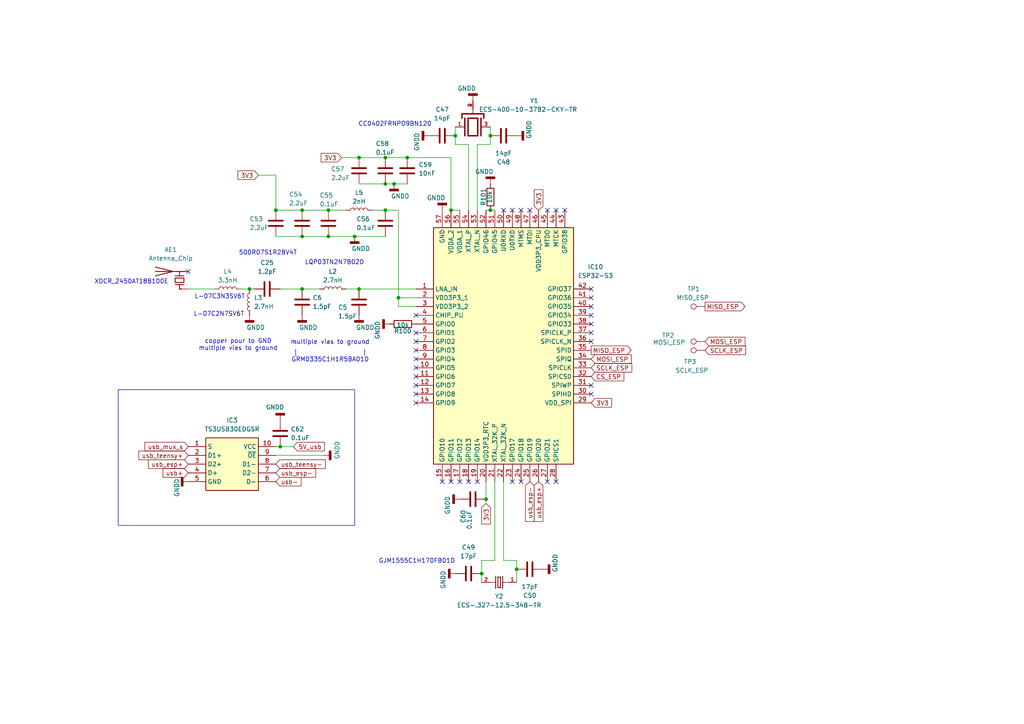
<source format=kicad_sch>
(kicad_sch (version 20250114) (generator "eeschema") (generator_version "9.0")
  (paper "A4")
  (lib_symbols
    (symbol "22XT_Main:ECS-.327-12.5-34B-TR" (pin_names (offset 1.016))
      (property "Reference" "Y" (at -5.0895 2.5447 0))
      (property "Value" "ECS-.327-12.5-34B-TR" (at -5.0911 -4.582 0))
      (symbol "ECS-.327-12.5-34B-TR_0_0"
        (polyline (pts (xy -2.54 0) (xy -1.016 0)) (stroke (width 0.1524)))
        (polyline (pts (xy -1.016 1.778) (xy -1.016 -1.778)) (stroke (width 0.254)))
        (polyline (pts (xy -0.381 1.524) (xy -0.381 -1.524)) (stroke (width 0.254)))
        (polyline (pts (xy -0.381 -1.524) (xy 0.381 -1.524)) (stroke (width 0.254)))
        (polyline (pts (xy 0.381 1.524) (xy -0.381 1.524)) (stroke (width 0.254)))
        (polyline (pts (xy 0.381 -1.524) (xy 0.381 1.524)) (stroke (width 0.254)))
        (polyline (pts (xy 1.016 1.778) (xy 1.016 -1.778)) (stroke (width 0.254)))
        (polyline (pts (xy 1.016 0) (xy 2.54 0)) (stroke (width 0.1524)))
        (pin passive line (at -5.08 0 0) (length 2.54) (name "~") (number "1"))
        (pin passive line (at 5.08 0 180) (length 2.54) (name "~") (number "2"))
      )
    )
    (symbol "22XT_Main:ECS-400-10-37B2-CKY-TR" (pin_names (offset 1.016))
      (property "Reference" "Y" (at -5.0878 6.3559 0))
      (property "Value" "ECS-400-10-37B2-CKY-TR" (at -5.0944 3.7956 0))
      (symbol "ECS-400-10-37B2-CKY-TR_0_0"
        (polyline (pts (xy -3.175 -2.54) (xy -3.175 -3.81)) (stroke (width 0.4064)))
        (polyline (pts (xy -3.175 -3.81) (xy 3.175 -3.81)) (stroke (width 0.4064)))
        (polyline (pts (xy -2.3368 2.54) (xy -2.3368 -2.54)) (stroke (width 0.4064)))
        (polyline (pts (xy -1.397 2.54) (xy -1.397 -2.54)) (stroke (width 0.4064)))
        (polyline (pts (xy -1.397 2.54) (xy 1.397 2.54)) (stroke (width 0.4064)))
        (polyline (pts (xy 0 -5.08) (xy 0 -3.81)) (stroke (width 0.1524)))
        (polyline (pts (xy 1.397 2.54) (xy 1.397 -2.54)) (stroke (width 0.4064)))
        (polyline (pts (xy 1.397 -2.54) (xy -1.397 -2.54)) (stroke (width 0.4064)))
        (polyline (pts (xy 2.3368 2.54) (xy 2.3368 -2.54)) (stroke (width 0.4064)))
        (polyline (pts (xy 3.175 -3.81) (xy 3.175 -2.54)) (stroke (width 0.4064)))
        (pin passive line (at -5.08 0 0) (length 2.54) (name "~") (number "1"))
        (pin power_in line (at 0 -7.62 90) (length 2.54) (name "~") (number "2"))
        (pin power_in line (at 0 -7.62 90) (length 2.54) (name "~") (number "4"))
        (pin passive line (at 5.08 0 180) (length 2.54) (name "~") (number "3"))
      )
    )
    (symbol "22XT_Main:ESP32-S3"
      (property "Reference" "IC" (at 46.99 22.86 0))
      (property "Value" "ESP32-S3" (at 46.99 20.32 0))
      (symbol "ESP32-S3_1_1"
        (rectangle (start 5.08 17.78) (end 45.72 -50.8) (stroke (width 0.254)) (fill (type background)))
        (pin passive line (at 0 0 0) (length 5.08) (name "LNA_IN") (number "1"))
        (pin passive line (at 0 -2.54 0) (length 5.08) (name "VDD3P3_1") (number "2"))
        (pin passive line (at 0 -5.08 0) (length 5.08) (name "VDD3P3_2") (number "3"))
        (pin passive line (at 0 -7.62 0) (length 5.08) (name "CHIP_PU") (number "4"))
        (pin passive line (at 0 -10.16 0) (length 5.08) (name "GPIO0") (number "5"))
        (pin passive line (at 0 -12.7 0) (length 5.08) (name "GPIO1") (number "6"))
        (pin passive line (at 0 -15.24 0) (length 5.08) (name "GPIO2") (number "7"))
        (pin passive line (at 0 -17.78 0) (length 5.08) (name "GPIO3") (number "8"))
        (pin passive line (at 0 -20.32 0) (length 5.08) (name "GPIO4") (number "9"))
        (pin passive line (at 0 -22.86 0) (length 5.08) (name "GPIO5") (number "10"))
        (pin passive line (at 0 -25.4 0) (length 5.08) (name "GPIO6") (number "11"))
        (pin passive line (at 0 -27.94 0) (length 5.08) (name "GPIO7") (number "12"))
        (pin passive line (at 0 -30.48 0) (length 5.08) (name "GPIO8") (number "13"))
        (pin passive line (at 0 -33.02 0) (length 5.08) (name "GPIO9") (number "14"))
        (pin passive line (at 7.62 22.86 270) (length 5.08) (name "GND") (number "57"))
        (pin passive line (at 7.62 -55.88 90) (length 5.08) (name "GPIO10") (number "15"))
        (pin passive line (at 10.16 22.86 270) (length 5.08) (name "VDDA_2") (number "56"))
        (pin passive line (at 10.16 -55.88 90) (length 5.08) (name "GPIO11") (number "16"))
        (pin passive line (at 12.7 22.86 270) (length 5.08) (name "VDDA_1") (number "55"))
        (pin passive line (at 12.7 -55.88 90) (length 5.08) (name "GPIO12") (number "17"))
        (pin passive line (at 15.24 22.86 270) (length 5.08) (name "XTAL_P") (number "54"))
        (pin passive line (at 15.24 -55.88 90) (length 5.08) (name "GPIO13") (number "18"))
        (pin passive line (at 17.78 22.86 270) (length 5.08) (name "XTAL_N") (number "53"))
        (pin passive line (at 17.78 -55.88 90) (length 5.08) (name "GPIO14") (number "19"))
        (pin passive line (at 20.32 22.86 270) (length 5.08) (name "GPIO46") (number "52"))
        (pin passive line (at 20.32 -55.88 90) (length 5.08) (name "VDD3P3_RTC") (number "20"))
        (pin passive line (at 22.86 22.86 270) (length 5.08) (name "GPIO45") (number "51"))
        (pin passive line (at 22.86 -55.88 90) (length 5.08) (name "XTAL_32K_P") (number "21"))
        (pin passive line (at 25.4 22.86 270) (length 5.08) (name "U0RXD") (number "50"))
        (pin passive line (at 25.4 -55.88 90) (length 5.08) (name "XTAL_32K_N") (number "22"))
        (pin passive line (at 27.94 22.86 270) (length 5.08) (name "U0TXD") (number "49"))
        (pin passive line (at 27.94 -55.88 90) (length 5.08) (name "GPIO17") (number "23"))
        (pin passive line (at 30.48 22.86 270) (length 5.08) (name "MTMS") (number "48"))
        (pin passive line (at 30.48 -55.88 90) (length 5.08) (name "GPIO18") (number "24"))
        (pin passive line (at 33.02 22.86 270) (length 5.08) (name "MTDI") (number "47"))
        (pin passive line (at 33.02 -55.88 90) (length 5.08) (name "GPIO19") (number "25"))
        (pin passive line (at 35.56 22.86 270) (length 5.08) (name "VDD3P3_CPU") (number "46"))
        (pin passive line (at 35.56 -55.88 90) (length 5.08) (name "GPIO20") (number "26"))
        (pin passive line (at 38.1 22.86 270) (length 5.08) (name "MTDO") (number "45"))
        (pin passive line (at 38.1 -55.88 90) (length 5.08) (name "GPIO21") (number "27"))
        (pin passive line (at 40.64 22.86 270) (length 5.08) (name "MTCK") (number "44"))
        (pin passive line (at 40.64 -55.88 90) (length 5.08) (name "SPICS1") (number "28"))
        (pin passive line (at 43.18 22.86 270) (length 5.08) (name "GPIO38") (number "43"))
        (pin passive line (at 50.8 0 180) (length 5.08) (name "GPIO37") (number "42"))
        (pin passive line (at 50.8 -2.54 180) (length 5.08) (name "GPIO36") (number "41"))
        (pin passive line (at 50.8 -5.08 180) (length 5.08) (name "GPIO35") (number "40"))
        (pin passive line (at 50.8 -7.62 180) (length 5.08) (name "GPIO34") (number "39"))
        (pin passive line (at 50.8 -10.16 180) (length 5.08) (name "GPIO33") (number "38"))
        (pin passive line (at 50.8 -12.7 180) (length 5.08) (name "SPICLK_P") (number "37"))
        (pin passive line (at 50.8 -15.24 180) (length 5.08) (name "SPICLK_N") (number "36"))
        (pin passive line (at 50.8 -17.78 180) (length 5.08) (name "SPID") (number "35"))
        (pin passive line (at 50.8 -20.32 180) (length 5.08) (name "SPIQ") (number "34"))
        (pin passive line (at 50.8 -22.86 180) (length 5.08) (name "SPICLK") (number "33"))
        (pin passive line (at 50.8 -25.4 180) (length 5.08) (name "SPICS0") (number "32"))
        (pin passive line (at 50.8 -27.94 180) (length 5.08) (name "SPIWP") (number "31"))
        (pin passive line (at 50.8 -30.48 180) (length 5.08) (name "SPIHD") (number "30"))
        (pin passive line (at 50.8 -33.02 180) (length 5.08) (name "VDD_SPI") (number "29"))
      )
    )
    (symbol "22XT_Main_v2:TS3USB30EDGSR"
      (property "Reference" "IC" (at 21.59 7.62 0))
      (property "Value" "TS3USB30EDGSR" (at 21.59 5.08 0))
      (symbol "TS3USB30EDGSR_1_1"
        (rectangle (start 5.08 2.54) (end 20.32 -12.7) (stroke (width 0.254)) (fill (type background)))
        (pin passive line (at 0 0 0) (length 5.08) (name "S") (number "1"))
        (pin passive line (at 0 -2.54 0) (length 5.08) (name "D1+") (number "2"))
        (pin passive line (at 0 -5.08 0) (length 5.08) (name "D2+") (number "3"))
        (pin passive line (at 0 -7.62 0) (length 5.08) (name "D+") (number "4"))
        (pin passive line (at 0 -10.16 0) (length 5.08) (name "GND") (number "5"))
        (pin passive line (at 25.4 0 180) (length 5.08) (name "VCC") (number "10"))
        (pin passive line (at 25.4 -2.54 180) (length 5.08) (name "~{OE}") (number "9"))
        (pin passive line (at 25.4 -5.08 180) (length 5.08) (name "D1-") (number "8"))
        (pin passive line (at 25.4 -7.62 180) (length 5.08) (name "D2-") (number "7"))
        (pin passive line (at 25.4 -10.16 180) (length 5.08) (name "D-") (number "6"))
      )
    )
    (symbol "Connector:TestPoint" (pin_numbers (hide yes)) (pin_names (offset 0.762) (hide yes))
      (property "Reference" "TP" (at 0 6.858 0))
      (property "Value" "TestPoint" (at 0 5.08 0))
      (symbol "TestPoint_0_1"
        (circle (center 0 3.302) (radius 0.762))
      )
      (symbol "TestPoint_1_1"
        (pin passive line (at 0 0 90) (length 2.54) (name "1") (number "1"))
      )
    )
    (symbol "Device:Antenna_Chip" (pin_numbers (hide yes)) (pin_names (offset 1.016) (hide yes))
      (property "Reference" "AE" (at 0 5.08 0))
      (property "Value" "Antenna_Chip" (at 0 3.175 0))
      (symbol "Antenna_Chip_0_1"
        (polyline (pts (xy -2.54 0) (xy -2.54 -0.635)) (stroke (width 0.254)))
        (polyline (pts (xy -2.54 0) (xy -1.27 0)) (stroke (width 0.254)))
        (polyline (pts (xy -1.27 1.27) (xy -1.27 -1.27) (xy -1.27 0)) (stroke (width 0.254)))
        (polyline (pts (xy -0.635 1.27) (xy 0.635 1.27) (xy 0.635 -1.27) (xy -0.635 -1.27) (xy -0.635 1.27)) (stroke (width 0.254)))
        (polyline (pts (xy 1.27 1.27) (xy 1.27 -1.27)) (stroke (width 0.254)))
        (polyline (pts (xy 1.27 0) (xy 2.54 0)) (stroke (width 0.254)))
        (polyline (pts (xy 2.54 6.985) (xy 2.54 -1.905)) (stroke (width 0.254)))
        (polyline (pts (xy 2.54 -0.635) (xy 2.54 0)))
        (polyline (pts (xy 3.81 6.985) (xy 2.54 1.905) (xy 1.27 6.985)) (stroke (width 0.254)))
      )
      (symbol "Antenna_Chip_1_1"
        (pin input line (at -2.54 -2.54 90) (length 2.54) (name "FEED") (number "1"))
        (pin passive line (at 2.54 -2.54 90) (length 2.54) (name "PCB_Trace") (number "2"))
      )
    )
    (symbol "Device:C" (pin_numbers (hide yes)) (pin_names (offset 0.254))
      (property "Reference" "C" (at 0.635 2.54 0))
      (property "Value" "C" (at 0.635 -2.54 0))
      (symbol "C_0_1"
        (polyline (pts (xy -2.032 0.762) (xy 2.032 0.762)) (stroke (width 0.508)))
        (polyline (pts (xy -2.032 -0.762) (xy 2.032 -0.762)) (stroke (width 0.508)))
      )
      (symbol "C_1_1"
        (pin passive line (at 0 3.81 270) (length 2.794) (name "~") (number "1"))
        (pin passive line (at 0 -3.81 90) (length 2.794) (name "~") (number "2"))
      )
    )
    (symbol "Device:L" (pin_numbers (hide yes)) (pin_names (offset 1.016) (hide yes))
      (property "Reference" "L" (at -1.27 0 90))
      (property "Value" "L" (at 1.905 0 90))
      (symbol "L_0_1"
        (arc (start 0 2.54) (mid 0.6323 1.905) (end 0 1.27))
        (arc (start 0 1.27) (mid 0.6323 0.635) (end 0 0))
        (arc (start 0 0) (mid 0.6323 -0.635) (end 0 -1.27))
        (arc (start 0 -1.27) (mid 0.6323 -1.905) (end 0 -2.54))
      )
      (symbol "L_1_1"
        (pin passive line (at 0 3.81 270) (length 1.27) (name "1") (number "1"))
        (pin passive line (at 0 -3.81 90) (length 1.27) (name "2") (number "2"))
      )
    )
    (symbol "Device:R" (pin_numbers (hide yes)) (pin_names (offset 0))
      (property "Reference" "R" (at 2.032 0 90))
      (property "Value" "R" (at 0 0 90))
      (symbol "R_0_1"
        (rectangle (start -1.016 -2.54) (end 1.016 2.54) (stroke (width 0.254)))
      )
      (symbol "R_1_1"
        (pin passive line (at 0 3.81 270) (length 1.27) (name "~") (number "1"))
        (pin passive line (at 0 -3.81 90) (length 1.27) (name "~") (number "2"))
      )
    )
    (symbol "power:GNDD" (power) (pin_numbers (hide yes)) (pin_names (offset 0) (hide yes))
      (property "Value" "GNDD" (at 0 -3.175 0))
      (symbol "GNDD_0_1"
        (rectangle (start -1.27 -1.524) (end 1.27 -2.032) (stroke (width 0.254)) (fill (type outline)))
        (polyline (pts (xy 0 0) (xy 0 -1.524)))
      )
      (symbol "GNDD_1_1"
        (pin power_in line (at 0 0 270) (length 0) (name "~") (number "1"))
      )
    )
  )
  (rectangle (start 34.29 113.03) (end 102.87 152.4))
  (text "CC0402FRNPO9BN120" (at 114.554 36.068 0) (effects (font (size 1.27 1.27))))
  (text "multiple vias to ground" (at 95.758 99.314 0) (effects (font (size 1.27 1.27))))
  (text "500R07S1R2BV4T" (at 77.724 73.406 0) (effects (font (size 1.27 1.27))))
  (text "L-07C3N3SV6T" (at 63.754 86.106 0) (effects (font (size 1.27 1.27))))
  (text "L-07C2N7SV6T" (at 63.5 91.186 0) (effects (font (size 1.27 1.27))))
  (text "LQP03TN2N7B02D" (at 97.028 76.2 0) (effects (font (size 1.27 1.27))))
  (text "GJM1555C1H170FB01D\n" (at 120.904 162.814 0) (effects (font (size 1.27 1.27))))
  (text "^				^\n|				|\nGRM0335C1H1R5BA01D" (at 95.758 102.362 0) (effects (font (size 1.27 1.27))))
  (text "XDCR_2450AT18B100E" (at 38.1 81.788 0) (effects (font (size 1.27 1.27))))
  (text "copper pour to GND\nmultiple vias to ground" (at 69.088 100.076 0) (effects (font (size 1.27 1.27))))
  (junction (at 87.63 68.58))
  (junction (at 132.08 39.37))
  (junction (at 142.24 60.96))
  (junction (at 130.81 60.96))
  (junction (at 81.28 129.54))
  (junction (at 72.39 83.82))
  (junction (at 111.76 60.96))
  (junction (at 102.87 68.58))
  (junction (at 87.63 83.82))
  (junction (at 118.11 45.72))
  (junction (at 104.14 83.82))
  (junction (at 95.25 60.96))
  (junction (at 111.76 53.34))
  (junction (at 80.01 60.96))
  (junction (at 111.76 45.72))
  (junction (at 140.97 144.78))
  (junction (at 114.3 53.34))
  (junction (at 139.7 166.37))
  (junction (at 115.57 86.36))
  (junction (at 95.25 68.58))
  (junction (at 142.24 39.37))
  (junction (at 149.86 165.1))
  (junction (at 87.63 60.96))
  (junction (at 104.14 45.72))
  (no_connect (at 146.05 60.96))
  (no_connect (at 171.45 111.76))
  (no_connect (at 120.65 96.52))
  (no_connect (at 120.65 116.84))
  (no_connect (at 171.45 83.82))
  (no_connect (at 120.65 109.22))
  (no_connect (at 151.13 60.96))
  (no_connect (at 171.45 86.36))
  (no_connect (at 120.65 91.44))
  (no_connect (at 148.59 139.7))
  (no_connect (at 130.81 139.7))
  (no_connect (at 158.75 60.96))
  (no_connect (at 120.65 99.06))
  (no_connect (at 171.45 88.9))
  (no_connect (at 153.67 60.96))
  (no_connect (at 171.45 114.3))
  (no_connect (at 120.65 106.68))
  (no_connect (at 120.65 104.14))
  (no_connect (at 161.29 139.7))
  (no_connect (at 171.45 91.44))
  (no_connect (at 135.89 139.7))
  (no_connect (at 138.43 139.7))
  (no_connect (at 120.65 114.3))
  (no_connect (at 128.27 139.7))
  (no_connect (at 171.45 99.06))
  (no_connect (at 54.61 78.74))
  (no_connect (at 151.13 139.7))
  (no_connect (at 120.65 111.76))
  (no_connect (at 163.83 60.96))
  (no_connect (at 171.45 96.52))
  (no_connect (at 120.65 101.6))
  (no_connect (at 133.35 139.7))
  (no_connect (at 158.75 139.7))
  (no_connect (at 148.59 60.96))
  (no_connect (at 161.29 60.96))
  (no_connect (at 171.45 93.98))
  (wire (pts (xy 115.57 86.36) (xy 115.57 88.9)))
  (wire (pts (xy 115.57 60.96) (xy 115.57 86.36)))
  (wire (pts (xy 130.81 45.72) (xy 130.81 60.96)))
  (wire (pts (xy 140.97 146.05) (xy 140.97 144.78)))
  (wire (pts (xy 87.63 60.96) (xy 95.25 60.96)))
  (wire (pts (xy 140.97 144.78) (xy 140.97 139.7)))
  (wire (pts (xy 104.14 53.34) (xy 111.76 53.34)))
  (wire (pts (xy 81.28 129.54) (xy 80.01 129.54)))
  (wire (pts (xy 100.33 83.82) (xy 104.14 83.82)))
  (wire (pts (xy 149.86 165.1) (xy 149.86 162.56)))
  (wire (pts (xy 111.76 45.72) (xy 118.11 45.72)))
  (wire (pts (xy 104.14 83.82) (xy 120.65 83.82)))
  (wire (pts (xy 132.08 36.83) (xy 132.08 39.37)))
  (wire (pts (xy 132.08 41.91) (xy 135.89 41.91)))
  (wire (pts (xy 87.63 68.58) (xy 95.25 68.58)))
  (wire (pts (xy 72.39 83.82) (xy 73.66 83.82)))
  (wire (pts (xy 130.81 60.96) (xy 133.35 60.96)))
  (wire (pts (xy 87.63 83.82) (xy 92.71 83.82)))
  (wire (pts (xy 95.25 60.96) (xy 100.33 60.96)))
  (wire (pts (xy 142.24 39.37) (xy 142.24 36.83)))
  (wire (pts (xy 149.86 162.56) (xy 146.05 162.56)))
  (wire (pts (xy 139.7 166.37) (xy 139.7 168.91)))
  (wire (pts (xy 81.28 83.82) (xy 87.63 83.82)))
  (wire (pts (xy 93.98 132.08) (xy 80.01 132.08)))
  (wire (pts (xy 95.25 68.58) (xy 102.87 68.58)))
  (wire (pts (xy 80.01 60.96) (xy 87.63 60.96)))
  (wire (pts (xy 142.24 41.91) (xy 142.24 39.37)))
  (wire (pts (xy 118.11 45.72) (xy 130.81 45.72)))
  (wire (pts (xy 146.05 139.7) (xy 146.05 162.56)))
  (wire (pts (xy 115.57 86.36) (xy 120.65 86.36)))
  (wire (pts (xy 143.51 139.7) (xy 143.51 162.56)))
  (wire (pts (xy 140.97 60.96) (xy 142.24 60.96)))
  (wire (pts (xy 143.51 162.56) (xy 139.7 162.56)))
  (wire (pts (xy 142.24 60.96) (xy 143.51 60.96)))
  (wire (pts (xy 69.85 83.82) (xy 72.39 83.82)))
  (wire (pts (xy 80.01 68.58) (xy 87.63 68.58)))
  (wire (pts (xy 138.43 41.91) (xy 142.24 41.91)))
  (wire (pts (xy 114.3 53.34) (xy 118.11 53.34)))
  (wire (pts (xy 102.87 68.58) (xy 111.76 68.58)))
  (wire (pts (xy 107.95 60.96) (xy 111.76 60.96)))
  (wire (pts (xy 74.93 50.8) (xy 80.01 50.8)))
  (wire (pts (xy 80.01 50.8) (xy 80.01 60.96)))
  (wire (pts (xy 132.08 39.37) (xy 132.08 41.91)))
  (wire (pts (xy 54.61 83.82) (xy 62.23 83.82)))
  (wire (pts (xy 139.7 162.56) (xy 139.7 166.37)))
  (wire (pts (xy 104.14 45.72) (xy 111.76 45.72)))
  (wire (pts (xy 99.06 45.72) (xy 104.14 45.72)))
  (wire (pts (xy 135.89 41.91) (xy 135.89 60.96)))
  (wire (pts (xy 111.76 60.96) (xy 115.57 60.96)))
  (wire (pts (xy 111.76 53.34) (xy 114.3 53.34)))
  (wire (pts (xy 149.86 168.91) (xy 149.86 165.1)))
  (wire (pts (xy 138.43 60.96) (xy 138.43 41.91)))
  (wire (pts (xy 85.09 129.54) (xy 81.28 129.54)))
  (wire (pts (xy 115.57 88.9) (xy 120.65 88.9)))
  (global_label "MISO_ESP" (shape output) (at 204.47 88.9 0) (property "Intersheetrefs" "${INTERSHEET_REFS}" (effects (hide yes))))
  (global_label "usb_teensy-" (shape input) (at 80.01 134.62 0) (property "Intersheetrefs" "${INTERSHEET_REFS}" (effects (hide yes))))
  (global_label "MOSI_ESP" (shape input) (at 204.47 99.06 0) (property "Intersheetrefs" "${INTERSHEET_REFS}" (effects (hide yes))))
  (global_label "3V3" (shape input) (at 171.45 116.84 0) (property "Intersheetrefs" "${INTERSHEET_REFS}" (effects (hide yes))))
  (global_label "MOSI_ESP" (shape input) (at 171.45 104.14 0) (property "Intersheetrefs" "${INTERSHEET_REFS}" (effects (hide yes))))
  (global_label "usb_teensy+" (shape input) (at 54.61 132.08 180) (property "Intersheetrefs" "${INTERSHEET_REFS}" (effects (hide yes))))
  (global_label "SCLK_ESP" (shape input) (at 171.45 106.68 0) (property "Intersheetrefs" "${INTERSHEET_REFS}" (effects (hide yes))))
  (global_label "usb_esp+" (shape input) (at 156.21 139.7 270) (property "Intersheetrefs" "${INTERSHEET_REFS}" (effects (hide yes))))
  (global_label "SCLK_ESP" (shape input) (at 204.47 101.6 0) (property "Intersheetrefs" "${INTERSHEET_REFS}" (effects (hide yes))))
  (global_label "CS_ESP" (shape input) (at 171.45 109.22 0) (property "Intersheetrefs" "${INTERSHEET_REFS}" (effects (hide yes))))
  (global_label "MISO_ESP" (shape output) (at 171.45 101.6 0) (property "Intersheetrefs" "${INTERSHEET_REFS}" (effects (hide yes))))
  (global_label "usb_esp+" (shape input) (at 54.61 134.62 180) (property "Intersheetrefs" "${INTERSHEET_REFS}" (effects (hide yes))))
  (global_label "usb_esp-" (shape input) (at 80.01 137.16 0) (property "Intersheetrefs" "${INTERSHEET_REFS}" (effects (hide yes))))
  (global_label "usb_esp-" (shape input) (at 153.67 139.7 270) (property "Intersheetrefs" "${INTERSHEET_REFS}" (effects (hide yes))))
  (global_label "5V_usb" (shape input) (at 85.09 129.54 0) (property "Intersheetrefs" "${INTERSHEET_REFS}" (effects (hide yes))))
  (global_label "3V3" (shape input) (at 74.93 50.8 180) (property "Intersheetrefs" "${INTERSHEET_REFS}" (effects (hide yes))))
  (global_label "3V3" (shape input) (at 156.21 60.96 90) (property "Intersheetrefs" "${INTERSHEET_REFS}" (effects (hide yes))))
  (global_label "usb+" (shape input) (at 54.61 137.16 180) (property "Intersheetrefs" "${INTERSHEET_REFS}" (effects (hide yes))))
  (global_label "3V3" (shape input) (at 140.97 146.05 270) (property "Intersheetrefs" "${INTERSHEET_REFS}" (effects (hide yes))))
  (global_label "3V3" (shape input) (at 99.06 45.72 180) (property "Intersheetrefs" "${INTERSHEET_REFS}" (effects (hide yes))))
  (global_label "usb_mux_s" (shape input) (at 54.61 129.54 180) (property "Intersheetrefs" "${INTERSHEET_REFS}" (effects (hide yes))))
  (global_label "usb-" (shape input) (at 80.01 139.7 0) (property "Intersheetrefs" "${INTERSHEET_REFS}" (effects (hide yes))))
  (symbol (lib_id "Device:C") (at 118.11 49.53 0) (unit 1)
    (property "Reference" "C59" (at 121.412 47.752 0) (effects (justify left)))
    (property "Value" "10nF" (at 121.412 50.292 0) (effects (justify left)))
    (property "Footprint" "Capacitor_SMD:C_0402_1005Metric" (effects (hide yes)))
    (property "Description" "Unpolarized capacitor" (effects (hide yes)))
  )
  (symbol (lib_id "Device:C") (at 146.05 39.37 90) (unit 1)
    (property "Reference" "C48" (at 146.05 46.99 90))
    (property "Value" "14pF" (at 146.05 44.45 90))
    (property "Footprint" "Capacitor_SMD:C_0402_1005Metric" (effects (hide yes)))
    (property "Description" "Unpolarized capacitor" (effects (hide yes)))
  )
  (symbol (lib_id "Device:C") (at 104.14 49.53 0) (unit 1)
    (property "Reference" "C57" (at 96.012 49.022 0) (effects (justify left)))
    (property "Value" "2.2uF" (at 96.012 51.562 0) (effects (justify left)))
    (property "Footprint" "Capacitor_SMD:C_0402_1005Metric" (effects (hide yes)))
    (property "Description" "Unpolarized capacitor" (effects (hide yes)))
  )
  (symbol (lib_id "22XT_Main:ECS-.327-12.5-34B-TR") (at 144.78 168.91 180) (unit 1)
    (property "Reference" "Y2" (at 144.78 172.974 0))
    (property "Value" "ECS-.327-12.5-34B-TR" (at 144.78 175.514 0))
    (property "Footprint" "22XT_Main:XTAL_ECS-.327-12.5-34B-TR" (effects (hide yes)))
    (property "MANUFACTURER" "ECS Inc." (effects (hide yes)))
    (property "STANDARD" "Manufacturer recommendations" (effects (hide yes)))
  )
  (symbol (lib_id "Device:C") (at 137.16 144.78 270) (unit 1)
    (property "Reference" "C60" (at 134.366 147.828 0) (effects (justify left)))
    (property "Value" "0.1uF" (at 136.144 148.082 0) (effects (justify left)))
    (property "Footprint" "Capacitor_SMD:C_0402_1005Metric" (effects (hide yes)))
    (property "Description" "Unpolarized capacitor" (effects (hide yes)))
  )
  (symbol (lib_id "power:GNDD") (at 114.3 53.34 0) (unit 1)
    (property "Reference" "#PWR081" (effects (hide yes)))
    (property "Value" "GNDD" (at 116.078 56.896 0))
    (property "Description" "Power symbol creates a global label with name \"GNDD\" , digital ground" (effects (hide yes)))
  )
  (symbol (lib_id "power:GNDD") (at 137.16 29.21 180) (unit 1)
    (property "Reference" "#PWR084" (effects (hide yes)))
    (property "Value" "GNDD" (at 135.382 25.654 0))
    (property "Description" "Power symbol creates a global label with name \"GNDD\" , digital ground" (effects (hide yes)))
  )
  (symbol (lib_id "Device:R") (at 116.84 93.98 90) (unit 1)
    (property "Reference" "R100" (at 116.84 96.012 90))
    (property "Value" "10k" (at 116.84 94.234 90))
    (property "Footprint" "Resistor_SMD:R_0402_1005Metric" (effects (hide yes)))
    (property "Description" "Resistor" (effects (hide yes)))
  )
  (symbol (lib_id "Device:C") (at 81.28 125.73 0) (unit 1)
    (property "Reference" "C62" (at 84.328 124.46 0) (effects (justify left)))
    (property "Value" "0.1uF" (at 84.328 127 0) (effects (justify left)))
    (property "Footprint" "Capacitor_SMD:C_0603_1608Metric" (effects (hide yes)))
    (property "Description" "Unpolarized capacitor" (effects (hide yes)))
  )
  (symbol (lib_id "Device:C") (at 135.89 166.37 270) (unit 1)
    (property "Reference" "C49" (at 135.89 158.75 90))
    (property "Value" "17pF" (at 135.89 161.29 90))
    (property "Footprint" "Capacitor_SMD:C_0402_1005Metric" (effects (hide yes)))
    (property "Description" "Unpolarized capacitor" (effects (hide yes)))
  )
  (symbol (lib_id "Device:R") (at 142.24 57.15 0) (unit 1)
    (property "Reference" "R101" (at 140.208 57.15 90))
    (property "Value" "10k" (at 141.986 57.15 90))
    (property "Footprint" "Resistor_SMD:R_0402_1005Metric" (effects (hide yes)))
    (property "Description" "Resistor" (effects (hide yes)))
  )
  (symbol (lib_id "Connector:TestPoint") (at 204.47 88.9 90) (unit 1)
    (property "Reference" "TP1" (at 201.168 83.82 90))
    (property "Value" "MISO_ESP" (at 200.914 86.36 90))
    (property "Footprint" "TestPoint:TestPoint_Pad_1.0x1.0mm" (effects (hide yes)))
    (property "Description" "test point" (effects (hide yes)))
  )
  (symbol (lib_id "Device:C") (at 153.67 165.1 90) (unit 1)
    (property "Reference" "C50" (at 153.67 172.72 90))
    (property "Value" "17pF" (at 153.67 170.18 90))
    (property "Footprint" "Capacitor_SMD:C_0402_1005Metric" (effects (hide yes)))
    (property "Description" "Unpolarized capacitor" (effects (hide yes)))
  )
  (symbol (lib_id "power:GNDD") (at 87.63 91.44 0) (unit 1)
    (property "Reference" "#PWR032" (effects (hide yes)))
    (property "Value" "GNDD" (at 89.408 94.996 0))
    (property "Description" "Power symbol creates a global label with name \"GNDD\" , digital ground" (effects (hide yes)))
  )
  (symbol (lib_id "Device:C") (at 104.14 87.63 0) (unit 1)
    (property "Reference" "C5" (at 98.044 89.154 0) (effects (justify left)))
    (property "Value" "1.5pF" (at 98.044 91.694 0) (effects (justify left)))
    (property "Footprint" "Capacitor_SMD:C_0603_1608Metric" (effects (hide yes)))
    (property "Description" "Unpolarized capacitor" (effects (hide yes)))
  )
  (symbol (lib_id "Device:C") (at 87.63 64.77 0) (unit 1)
    (property "Reference" "C54" (at 83.82 56.388 0) (effects (justify left)))
    (property "Value" "2.2uF" (at 83.82 58.928 0) (effects (justify left)))
    (property "Footprint" "Capacitor_SMD:C_0402_1005Metric" (effects (hide yes)))
    (property "Description" "Unpolarized capacitor" (effects (hide yes)))
  )
  (symbol (lib_id "power:GNDD") (at 133.35 144.78 270) (unit 1)
    (property "Reference" "#PWR093" (effects (hide yes)))
    (property "Value" "GNDD" (at 129.794 146.558 0))
    (property "Description" "Power symbol creates a global label with name \"GNDD\" , digital ground" (effects (hide yes)))
  )
  (symbol (lib_id "Connector:TestPoint") (at 204.47 101.6 90) (unit 1)
    (property "Reference" "TP3" (at 200.152 104.902 90))
    (property "Value" "SCLK_ESP" (at 200.66 107.442 90))
    (property "Footprint" "TestPoint:TestPoint_Pad_1.0x1.0mm" (effects (hide yes)))
    (property "Description" "test point" (effects (hide yes)))
  )
  (symbol (lib_id "Device:Antenna_Chip") (at 52.07 81.28 90) (unit 1)
    (property "Reference" "AE1" (at 49.53 72.39 90))
    (property "Value" "Antenna_Chip" (at 49.53 74.93 90))
    (property "Footprint" "22XT_Main:XDCR_2450AT18B100E" (effects (hide yes)))
    (property "Description" "Ceramic chip antenna with pin for PCB trace" (effects (hide yes)))
  )
  (symbol (lib_id "22XT_Main_v2:TS3USB30EDGSR") (at 54.61 129.54 0) (unit 1)
    (property "Reference" "IC3" (at 67.31 121.92 0))
    (property "Value" "TS3USB30EDGSR" (at 67.31 124.46 0))
    (property "Footprint" "SOP50P490X110-10N" (effects (hide yes)))
    (property "Datasheet" "http://www.ti.com/lit/gpn/ts3usb30e" (effects (hide yes)))
    (property "Description" "High-Speed USB 2.0 1:2 Mux/Demux Switch With Single Enable and ESD Protection" (effects (hide yes)))
    (property "Height" "1.1" (effects (hide yes)))
    (property "Mouser Part Number" "595-TS3USB30EDGSR" (effects (hide yes)))
    (property "Mouser Price/Stock" "https://www.mouser.co.uk/ProductDetail/Texas-Instruments/TS3USB30EDGSR?qs=%2Fqzd9s%252BcLd5Wxke8HBtqJw%3D%3D" (effects (hide yes)))
    (property "Manufacturer_Name" "Texas Instruments" (effects (hide yes)))
    (property "Manufacturer_Part_Number" "TS3USB30EDGSR" (effects (hide yes)))
  )
  (symbol (lib_id "power:GNDD") (at 149.86 39.37 90) (unit 1)
    (property "Reference" "#PWR085" (effects (hide yes)))
    (property "Value" "GNDD" (at 153.416 37.592 0))
    (property "Description" "Power symbol creates a global label with name \"GNDD\" , digital ground" (effects (hide yes)))
  )
  (symbol (lib_id "Device:C") (at 95.25 64.77 0) (unit 1)
    (property "Reference" "C55" (at 92.71 56.642 0) (effects (justify left)))
    (property "Value" "0.1uF" (at 92.71 59.182 0) (effects (justify left)))
    (property "Footprint" "Capacitor_SMD:C_0402_1005Metric" (effects (hide yes)))
    (property "Description" "Unpolarized capacitor" (effects (hide yes)))
  )
  (symbol (lib_id "22XT_Main:ECS-400-10-37B2-CKY-TR") (at 137.16 36.83 0) (mirror x) (unit 1)
    (property "Reference" "Y1" (at 154.94 29.21 0))
    (property "Value" "ECS-400-10-37B2-CKY-TR" (at 153.162 31.75 0))
    (property "Footprint" "22XT_Main:XTAL_ECS-400-10-37B2-CKY-TR" (effects (hide yes)))
    (property "PARTREV" "2021" (effects (hide yes)))
    (property "STANDARD" "Manufacturer Recommendations" (effects (hide yes)))
    (property "SNAPEDA_PACKAGE_ID" "68288" (effects (hide yes)))
    (property "MAXIMUM_PACKAGE_HEIGHT" "0.5mm" (effects (hide yes)))
    (property "MANUFACTURER" "ECS Inc." (effects (hide yes)))
  )
  (symbol (lib_id "power:GNDD") (at 132.08 166.37 270) (unit 1)
    (property "Reference" "#PWR087" (effects (hide yes)))
    (property "Value" "GNDD" (at 128.524 168.148 0))
    (property "Description" "Power symbol creates a global label with name \"GNDD\" , digital ground" (effects (hide yes)))
  )
  (symbol (lib_id "power:GNDD") (at 124.46 39.37 270) (unit 1)
    (property "Reference" "#PWR086" (effects (hide yes)))
    (property "Value" "GNDD" (at 120.904 41.148 0))
    (property "Description" "Power symbol creates a global label with name \"GNDD\" , digital ground" (effects (hide yes)))
  )
  (symbol (lib_id "Device:L") (at 72.39 87.63 180) (unit 1)
    (property "Reference" "L3" (at 73.66 86.3599 0) (effects (justify right)))
    (property "Value" "2.7nH" (at 73.66 88.8999 0) (effects (justify right)))
    (property "Footprint" "Inductor_SMD:L_0402_1005Metric" (effects (hide yes)))
    (property "Description" "Inductor" (effects (hide yes)))
  )
  (symbol (lib_id "Device:L") (at 96.52 83.82 90) (unit 1)
    (property "Reference" "L2" (at 96.52 78.74 90))
    (property "Value" "2.7nH" (at 96.52 81.28 90))
    (property "Footprint" "Inductor_SMD:L_0603_1608Metric" (effects (hide yes)))
    (property "Description" "Inductor" (effects (hide yes)))
  )
  (symbol (lib_id "power:GNDD") (at 72.39 91.44 0) (unit 1)
    (property "Reference" "#PWR075" (effects (hide yes)))
    (property "Value" "GNDD" (at 74.168 94.996 0))
    (property "Description" "Power symbol creates a global label with name \"GNDD\" , digital ground" (effects (hide yes)))
  )
  (symbol (lib_id "power:GNDD") (at 102.87 68.58 0) (unit 1)
    (property "Reference" "#PWR080" (effects (hide yes)))
    (property "Value" "GNDD" (at 104.648 72.136 0))
    (property "Description" "Power symbol creates a global label with name \"GNDD\" , digital ground" (effects (hide yes)))
  )
  (symbol (lib_id "power:GNDD") (at 93.98 132.08 90) (unit 1)
    (property "Reference" "#PWR0106" (effects (hide yes)))
    (property "Value" "GNDD" (at 97.79 130.556 0))
    (property "Description" "Power symbol creates a global label with name \"GNDD\" , digital ground" (effects (hide yes)))
  )
  (symbol (lib_id "Connector:TestPoint") (at 204.47 99.06 90) (unit 1)
    (property "Reference" "TP2" (at 193.802 97.282 90))
    (property "Value" "MOSI_ESP" (at 194.056 99.314 90))
    (property "Footprint" "TestPoint:TestPoint_Pad_1.0x1.0mm" (effects (hide yes)))
    (property "Description" "test point" (effects (hide yes)))
  )
  (symbol (lib_id "power:GNDD") (at 128.27 60.96 180) (unit 1)
    (property "Reference" "#PWR049" (effects (hide yes)))
    (property "Value" "GNDD" (at 126.492 57.404 0))
    (property "Description" "Power symbol creates a global label with name \"GNDD\" , digital ground" (effects (hide yes)))
  )
  (symbol (lib_id "Device:C") (at 111.76 64.77 0) (unit 1)
    (property "Reference" "C56" (at 103.378 63.5 0) (effects (justify left)))
    (property "Value" "0.1uF" (at 103.378 66.04 0) (effects (justify left)))
    (property "Footprint" "Capacitor_SMD:C_0402_1005Metric" (effects (hide yes)))
    (property "Description" "Unpolarized capacitor" (effects (hide yes)))
  )
  (symbol (lib_id "22XT_Main:ESP32-S3") (at 120.65 83.82 0) (unit 1)
    (property "Reference" "IC10" (at 172.72 77.3998 0))
    (property "Value" "ESP32-S3" (at 172.72 79.9398 0))
    (property "Footprint" "22XT_Main:QFN40P700X700X90-57N-D" (effects (hide yes)))
    (property "Description" "WiFi Modules - 802.11 [ENGINEERING SAMPLES]SMD IC, Dual-Core MCU, Wi-Fi 2.4G & BLE 5.0 Combo" (effects (hide yes)))
    (property "Height" "0.9" (effects (hide yes)))
    (property "Mouser Part Number" "356-ESP32-S3" (effects (hide yes)))
    (property "Mouser Price/Stock" "https://www.mouser.co.uk/ProductDetail/Espressif-Systems/ESP32-S3?qs=Rp5uXu7WBW%2FNWuUy%252BBihNw%3D%3D" (effects (hide yes)))
    (property "Manufacturer_Name" "Espressif Systems" (effects (hide yes)))
    (property "Manufacturer_Part_Number" "ESP32-S3" (effects (hide yes)))
  )
  (symbol (lib_id "power:GNDD") (at 81.28 121.92 180) (unit 1)
    (property "Reference" "#PWR0108" (effects (hide yes)))
    (property "Value" "GNDD" (at 79.756 118.11 0))
    (property "Description" "Power symbol creates a global label with name \"GNDD\" , digital ground" (effects (hide yes)))
  )
  (symbol (lib_id "power:GNDD") (at 142.24 53.34 180) (unit 1)
    (property "Reference" "#PWR083" (effects (hide yes)))
    (property "Value" "GNDD" (at 140.462 49.784 0))
    (property "Description" "Power symbol creates a global label with name \"GNDD\" , digital ground" (effects (hide yes)))
  )
  (symbol (lib_id "Device:L") (at 104.14 60.96 90) (unit 1)
    (property "Reference" "L5" (at 104.14 55.88 90))
    (property "Value" "2nH" (at 104.14 58.42 90))
    (property "Footprint" "Inductor_SMD:L_0402_1005Metric" (effects (hide yes)))
    (property "Description" "Inductor" (effects (hide yes)))
  )
  (symbol (lib_id "Device:C") (at 111.76 49.53 0) (unit 1)
    (property "Reference" "C58" (at 108.966 41.656 0) (effects (justify left)))
    (property "Value" "0.1uF" (at 108.966 44.196 0) (effects (justify left)))
    (property "Footprint" "Capacitor_SMD:C_0402_1005Metric" (effects (hide yes)))
    (property "Description" "Unpolarized capacitor" (effects (hide yes)))
  )
  (symbol (lib_id "Device:C") (at 80.01 64.77 0) (unit 1)
    (property "Reference" "C53" (at 72.39 63.5 0) (effects (justify left)))
    (property "Value" "2.2uF" (at 72.39 66.04 0) (effects (justify left)))
    (property "Footprint" "Capacitor_SMD:C_0402_1005Metric" (effects (hide yes)))
    (property "Description" "Unpolarized capacitor" (effects (hide yes)))
  )
  (symbol (lib_id "power:GNDD") (at 54.61 139.7 270) (unit 1)
    (property "Reference" "#PWR0107" (effects (hide yes)))
    (property "Value" "GNDD" (at 51.308 141.478 0))
    (property "Description" "Power symbol creates a global label with name \"GNDD\" , digital ground" (effects (hide yes)))
  )
  (symbol (lib_id "Device:C") (at 128.27 39.37 270) (unit 1)
    (property "Reference" "C47" (at 128.27 31.75 90))
    (property "Value" "14pF" (at 128.27 34.29 90))
    (property "Footprint" "Capacitor_SMD:C_0402_1005Metric" (effects (hide yes)))
    (property "Description" "Unpolarized capacitor" (effects (hide yes)))
  )
  (symbol (lib_id "power:GNDD") (at 157.48 165.1 90) (unit 1)
    (property "Reference" "#PWR088" (effects (hide yes)))
    (property "Value" "GNDD" (at 161.036 163.322 0))
    (property "Description" "Power symbol creates a global label with name \"GNDD\" , digital ground" (effects (hide yes)))
  )
  (symbol (lib_id "Device:C") (at 77.47 83.82 90) (unit 1)
    (property "Reference" "C25" (at 77.47 76.2 90))
    (property "Value" "1.2pF" (at 77.47 78.74 90))
    (property "Footprint" "Capacitor_SMD:C_0402_1005Metric" (effects (hide yes)))
    (property "Description" "Unpolarized capacitor" (effects (hide yes)))
  )
  (symbol (lib_id "power:GNDD") (at 104.14 91.44 0) (unit 1)
    (property "Reference" "#PWR0101" (effects (hide yes)))
    (property "Value" "GNDD" (at 105.918 94.996 0))
    (property "Description" "Power symbol creates a global label with name \"GNDD\" , digital ground" (effects (hide yes)))
  )
  (symbol (lib_id "Device:L") (at 66.04 83.82 90) (unit 1)
    (property "Reference" "L4" (at 66.04 78.74 90))
    (property "Value" "3.3nH" (at 66.04 81.28 90))
    (property "Footprint" "Inductor_SMD:L_0402_1005Metric" (effects (hide yes)))
    (property "Description" "Inductor" (effects (hide yes)))
  )
  (symbol (lib_id "power:GNDD") (at 113.03 93.98 270) (unit 1)
    (property "Reference" "#PWR082" (effects (hide yes)))
    (property "Value" "GNDD" (at 109.474 95.758 0))
    (property "Description" "Power symbol creates a global label with name \"GNDD\" , digital ground" (effects (hide yes)))
  )
  (symbol (lib_id "Device:C") (at 87.63 87.63 0) (unit 1)
    (property "Reference" "C6" (at 90.678 86.36 0) (effects (justify left)))
    (property "Value" "1.5pF" (at 90.678 88.9 0) (effects (justify left)))
    (property "Footprint" "Capacitor_SMD:C_0603_1608Metric" (effects (hide yes)))
    (property "Description" "Unpolarized capacitor" (effects (hide yes)))
  )
)
</source>
